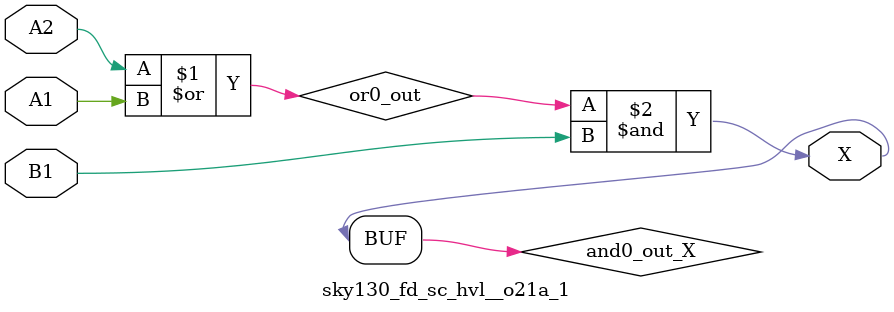
<source format=v>
/*
 * Copyright 2020 The SkyWater PDK Authors
 *
 * Licensed under the Apache License, Version 2.0 (the "License");
 * you may not use this file except in compliance with the License.
 * You may obtain a copy of the License at
 *
 *     https://www.apache.org/licenses/LICENSE-2.0
 *
 * Unless required by applicable law or agreed to in writing, software
 * distributed under the License is distributed on an "AS IS" BASIS,
 * WITHOUT WARRANTIES OR CONDITIONS OF ANY KIND, either express or implied.
 * See the License for the specific language governing permissions and
 * limitations under the License.
 *
 * SPDX-License-Identifier: Apache-2.0
*/


`ifndef SKY130_FD_SC_HVL__O21A_1_FUNCTIONAL_V
`define SKY130_FD_SC_HVL__O21A_1_FUNCTIONAL_V

/**
 * o21a: 2-input OR into first input of 2-input AND.
 *
 *       X = ((A1 | A2) & B1)
 *
 * Verilog simulation functional model.
 */

`timescale 1ns / 1ps
`default_nettype none

`celldefine
module sky130_fd_sc_hvl__o21a_1 (
    X ,
    A1,
    A2,
    B1
);

    // Module ports
    output X ;
    input  A1;
    input  A2;
    input  B1;

    // Local signals
    wire or0_out   ;
    wire and0_out_X;

    //  Name  Output      Other arguments
    or  or0  (or0_out   , A2, A1         );
    and and0 (and0_out_X, or0_out, B1    );
    buf buf0 (X         , and0_out_X     );

endmodule
`endcelldefine

`default_nettype wire
`endif  // SKY130_FD_SC_HVL__O21A_1_FUNCTIONAL_V

</source>
